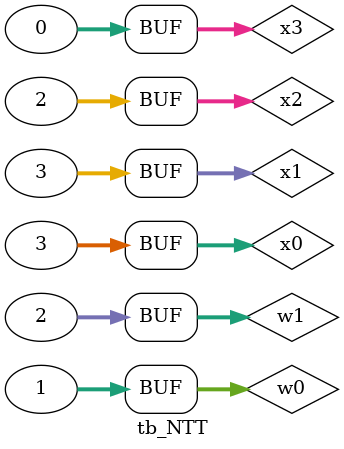
<source format=v>
`timescale 1ns / 1ps


module tb_NTT;
    reg [31:0] x0, x1, x2, x3, w0, w1;
    wire [31:0] b0, b1, b2, b3;
    NTT uut(.x0(x0), .x1(x1), .x2(x2), .x3(x3), .w0(w0), .w1(w1), .b0(b0), .b1(b1), .b2(b2), .b3(b3));
    // 1 + 2x + 3x^2 + 4x^3
    // [0, 2, 3, 4]
    initial
        begin
            #1 x0 <= 1; x1 <= 2; x2 <= 3; x3 <= 4; w0 <= 1; w1 <= 3;
            #500 x0 <= 2; x1 <= 3; x2 <= 3; x3 <= 0; w0 <= 1; w1 <= 3;
            #250 x0 <= 0; x1 <= 2; x2 <= 3; x3 <= 4; w0 <= 1; w1 <= 2;
            #50 x0 <= 3; x1 <= 3; x2 <= 2; x3 <= 0; w0 <= 1; w1 <= 2;
        end
endmodule

</source>
